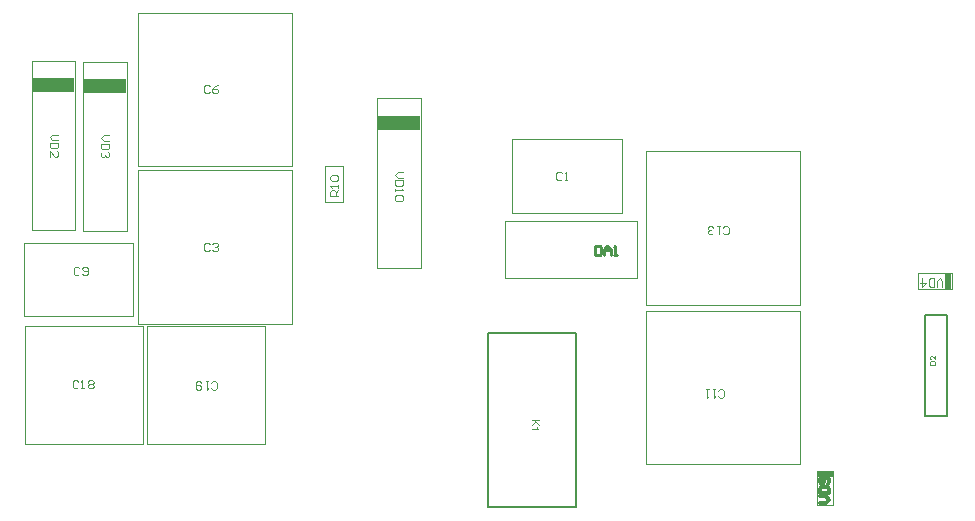
<source format=gbr>
%TF.GenerationSoftware,Altium Limited,Altium Designer,21.6.4 (81)*%
G04 Layer_Color=32768*
%FSLAX43Y43*%
%MOMM*%
%TF.SameCoordinates,3FCC9EDD-E33D-4AE7-AC82-89E58AA9E509*%
%TF.FilePolarity,Positive*%
%TF.FileFunction,Other,Top_Assembly*%
%TF.Part,Single*%
G01*
G75*
%TA.AperFunction,NonConductor*%
%ADD85C,0.200*%
%ADD87C,0.254*%
%ADD118C,0.300*%
%ADD120C,0.100*%
%ADD164R,1.375X0.575*%
%ADD165R,3.675X1.300*%
%ADD166R,0.575X1.375*%
G36*
X54455Y7659D02*
X54137D01*
X54455Y7343D01*
Y7227D01*
X54195Y7495D01*
X53815Y7215D01*
Y7327D01*
X54138Y7554D01*
X54037Y7659D01*
X53815D01*
Y7744D01*
X54455D01*
Y7659D01*
D02*
G37*
G36*
X54297Y7115D02*
X54299Y7113D01*
X54299Y7110D01*
X54302Y7105D01*
X54305Y7099D01*
X54309Y7093D01*
X54318Y7077D01*
X54328Y7059D01*
X54341Y7040D01*
X54356Y7021D01*
X54372Y7001D01*
X54373Y7001D01*
X54373Y7000D01*
X54376Y6997D01*
X54379Y6993D01*
X54388Y6985D01*
X54399Y6974D01*
X54412Y6963D01*
X54427Y6951D01*
X54442Y6940D01*
X54458Y6931D01*
Y6880D01*
X53815D01*
Y6959D01*
X54315D01*
X54314Y6960D01*
X54311Y6965D01*
X54305Y6970D01*
X54299Y6979D01*
X54290Y6989D01*
X54281Y7002D01*
X54271Y7017D01*
X54261Y7034D01*
Y7035D01*
X54260Y7036D01*
X54256Y7041D01*
X54251Y7050D01*
X54246Y7062D01*
X54239Y7075D01*
X54233Y7088D01*
X54226Y7102D01*
X54221Y7116D01*
X54297D01*
Y7115D01*
D02*
G37*
G36*
X88036Y12800D02*
X88036D01*
X88033D01*
X88028D01*
X88022Y12801D01*
X88016Y12802D01*
X88008Y12803D01*
X88001Y12805D01*
X87993Y12808D01*
X87992D01*
X87991Y12808D01*
X87987Y12810D01*
X87980Y12813D01*
X87971Y12817D01*
X87961Y12823D01*
X87949Y12830D01*
X87937Y12839D01*
X87925Y12849D01*
X87924D01*
X87923Y12850D01*
X87919Y12854D01*
X87912Y12861D01*
X87903Y12870D01*
X87892Y12881D01*
X87878Y12896D01*
X87863Y12913D01*
X87848Y12931D01*
X87847Y12932D01*
X87845Y12935D01*
X87841Y12939D01*
X87837Y12944D01*
X87831Y12951D01*
X87824Y12959D01*
X87817Y12967D01*
X87809Y12977D01*
X87791Y12995D01*
X87773Y13014D01*
X87764Y13023D01*
X87756Y13031D01*
X87747Y13038D01*
X87739Y13044D01*
X87739D01*
X87738Y13046D01*
X87736Y13047D01*
X87733Y13049D01*
X87725Y13054D01*
X87715Y13060D01*
X87703Y13065D01*
X87690Y13070D01*
X87676Y13073D01*
X87663Y13074D01*
X87662D01*
X87662D01*
X87657Y13074D01*
X87650Y13073D01*
X87642Y13071D01*
X87631Y13068D01*
X87621Y13063D01*
X87611Y13056D01*
X87600Y13047D01*
X87599Y13046D01*
X87596Y13042D01*
X87592Y13037D01*
X87587Y13029D01*
X87583Y13018D01*
X87578Y13006D01*
X87575Y12992D01*
X87574Y12977D01*
Y12972D01*
X87575Y12969D01*
X87576Y12961D01*
X87578Y12950D01*
X87581Y12939D01*
X87586Y12927D01*
X87593Y12915D01*
X87602Y12904D01*
X87603Y12902D01*
X87607Y12899D01*
X87613Y12895D01*
X87622Y12890D01*
X87632Y12885D01*
X87645Y12881D01*
X87660Y12878D01*
X87677Y12876D01*
X87671Y12812D01*
X87670D01*
X87668Y12813D01*
X87664D01*
X87659Y12813D01*
X87653Y12815D01*
X87646Y12816D01*
X87638Y12819D01*
X87630Y12821D01*
X87612Y12827D01*
X87594Y12836D01*
X87586Y12841D01*
X87577Y12847D01*
X87569Y12854D01*
X87561Y12862D01*
X87560Y12862D01*
X87560Y12864D01*
X87557Y12866D01*
X87555Y12870D01*
X87552Y12874D01*
X87549Y12879D01*
X87546Y12885D01*
X87542Y12893D01*
X87538Y12901D01*
X87535Y12910D01*
X87532Y12919D01*
X87529Y12930D01*
X87526Y12941D01*
X87524Y12952D01*
X87523Y12965D01*
X87523Y12978D01*
Y12986D01*
X87523Y12991D01*
X87524Y12997D01*
X87525Y13004D01*
X87526Y13012D01*
X87528Y13020D01*
X87533Y13040D01*
X87540Y13059D01*
X87545Y13068D01*
X87550Y13078D01*
X87557Y13087D01*
X87564Y13095D01*
X87565Y13096D01*
X87566Y13097D01*
X87569Y13099D01*
X87571Y13102D01*
X87575Y13105D01*
X87580Y13109D01*
X87586Y13113D01*
X87592Y13117D01*
X87606Y13125D01*
X87624Y13132D01*
X87633Y13135D01*
X87643Y13136D01*
X87654Y13138D01*
X87665Y13139D01*
X87666D01*
X87670D01*
X87676Y13138D01*
X87684Y13137D01*
X87693Y13136D01*
X87703Y13133D01*
X87714Y13130D01*
X87725Y13125D01*
X87727Y13125D01*
X87730Y13123D01*
X87736Y13120D01*
X87744Y13116D01*
X87753Y13110D01*
X87764Y13102D01*
X87775Y13094D01*
X87788Y13083D01*
X87790Y13082D01*
X87794Y13078D01*
X87798Y13074D01*
X87801Y13071D01*
X87806Y13066D01*
X87812Y13060D01*
X87818Y13054D01*
X87824Y13047D01*
X87832Y13040D01*
X87840Y13031D01*
X87848Y13021D01*
X87858Y13011D01*
X87867Y12999D01*
X87878Y12987D01*
X87878Y12986D01*
X87880Y12985D01*
X87882Y12982D01*
X87885Y12978D01*
X87889Y12974D01*
X87894Y12969D01*
X87903Y12957D01*
X87914Y12944D01*
X87926Y12932D01*
X87935Y12922D01*
X87939Y12918D01*
X87943Y12914D01*
X87943Y12913D01*
X87946Y12911D01*
X87948Y12908D01*
X87953Y12904D01*
X87958Y12901D01*
X87963Y12896D01*
X87976Y12887D01*
Y13139D01*
X88036D01*
Y12800D01*
D02*
G37*
G36*
X87793Y12741D02*
X87799D01*
X87813Y12740D01*
X87829Y12738D01*
X87846Y12736D01*
X87864Y12732D01*
X87882Y12728D01*
X87883D01*
X87884Y12727D01*
X87886Y12726D01*
X87889Y12726D01*
X87897Y12723D01*
X87908Y12718D01*
X87920Y12714D01*
X87931Y12708D01*
X87944Y12700D01*
X87956Y12693D01*
X87957Y12692D01*
X87961Y12689D01*
X87966Y12685D01*
X87973Y12679D01*
X87980Y12672D01*
X87988Y12664D01*
X87996Y12656D01*
X88002Y12646D01*
X88003Y12645D01*
X88005Y12642D01*
X88008Y12637D01*
X88012Y12629D01*
X88016Y12621D01*
X88020Y12610D01*
X88025Y12598D01*
X88028Y12585D01*
Y12584D01*
X88029Y12581D01*
X88030Y12579D01*
X88031Y12572D01*
X88032Y12561D01*
X88033Y12550D01*
X88035Y12536D01*
X88036Y12520D01*
X88036Y12503D01*
Y12319D01*
X87525D01*
Y12516D01*
X87526Y12529D01*
X87526Y12544D01*
X87528Y12558D01*
X87530Y12573D01*
X87532Y12586D01*
Y12587D01*
X87533Y12588D01*
Y12590D01*
X87535Y12593D01*
X87537Y12601D01*
X87540Y12612D01*
X87546Y12624D01*
X87552Y12636D01*
X87560Y12649D01*
X87569Y12660D01*
X87570Y12661D01*
X87571Y12662D01*
X87573Y12664D01*
X87575Y12667D01*
X87583Y12675D01*
X87593Y12683D01*
X87605Y12693D01*
X87620Y12703D01*
X87637Y12713D01*
X87656Y12721D01*
X87657D01*
X87659Y12722D01*
X87662Y12723D01*
X87666Y12724D01*
X87671Y12726D01*
X87677Y12728D01*
X87684Y12729D01*
X87692Y12731D01*
X87700Y12734D01*
X87710Y12735D01*
X87730Y12739D01*
X87753Y12741D01*
X87778Y12742D01*
X87779D01*
X87781D01*
X87784D01*
X87788D01*
X87793Y12741D01*
D02*
G37*
%LPC*%
G36*
X87777Y12672D02*
X87776D01*
X87773D01*
X87770D01*
X87764Y12672D01*
X87757D01*
X87750Y12671D01*
X87741Y12670D01*
X87732Y12669D01*
X87712Y12666D01*
X87691Y12661D01*
X87672Y12655D01*
X87662Y12650D01*
X87654Y12646D01*
X87654D01*
X87652Y12644D01*
X87650Y12643D01*
X87647Y12641D01*
X87639Y12635D01*
X87631Y12628D01*
X87621Y12618D01*
X87611Y12607D01*
X87603Y12595D01*
X87597Y12581D01*
X87596Y12580D01*
X87595Y12576D01*
X87593Y12570D01*
X87591Y12560D01*
X87589Y12548D01*
X87587Y12533D01*
X87586Y12524D01*
Y12515D01*
X87586Y12505D01*
Y12387D01*
X87976D01*
Y12508D01*
X87975Y12513D01*
X87974Y12524D01*
X87974Y12537D01*
X87972Y12550D01*
X87970Y12564D01*
X87967Y12575D01*
X87966Y12576D01*
X87965Y12580D01*
X87963Y12585D01*
X87960Y12592D01*
X87956Y12599D01*
X87951Y12607D01*
X87946Y12614D01*
X87940Y12621D01*
X87939Y12622D01*
X87936Y12625D01*
X87931Y12629D01*
X87923Y12635D01*
X87914Y12641D01*
X87903Y12647D01*
X87890Y12653D01*
X87876Y12658D01*
X87875D01*
X87874Y12659D01*
X87872Y12660D01*
X87869Y12660D01*
X87865Y12661D01*
X87860Y12663D01*
X87855Y12664D01*
X87849Y12666D01*
X87834Y12668D01*
X87817Y12670D01*
X87798Y12672D01*
X87777Y12672D01*
D02*
G37*
%LPD*%
D85*
X50065Y15144D02*
X57565D01*
X50065Y344D02*
Y15144D01*
Y344D02*
X57565D01*
Y15144D01*
X87086Y8044D02*
Y16594D01*
X88986D01*
Y8044D02*
Y16594D01*
X87086Y8044D02*
X88986D01*
D87*
X59140Y22504D02*
Y21704D01*
X59540D01*
X59674Y21837D01*
Y22370D01*
X59540Y22504D01*
X59140D01*
X59940Y21704D02*
Y22237D01*
X60207Y22504D01*
X60473Y22237D01*
Y21704D01*
Y22104D01*
X59940D01*
X60740Y21704D02*
X61006D01*
X60873D01*
Y22504D01*
X60740Y22370D01*
D118*
X78174Y741D02*
X78708D01*
X78974Y1008D01*
X78708Y1274D01*
X78174D01*
Y1541D02*
X78974D01*
Y1941D01*
X78841Y2074D01*
X78308D01*
X78174Y1941D01*
Y1541D01*
X78841Y2341D02*
X78974Y2474D01*
Y2740D01*
X78841Y2874D01*
X78308D01*
X78174Y2740D01*
Y2474D01*
X78308Y2341D01*
X78441D01*
X78574Y2474D01*
Y2874D01*
D120*
X21194Y5693D02*
Y15693D01*
X31194D01*
X21194Y5693D02*
X31194D01*
Y15693D01*
X77969Y586D02*
Y3461D01*
X79319Y586D02*
Y3461D01*
X77969Y586D02*
X79319D01*
X77969Y3461D02*
X79319D01*
X76500Y4000D02*
Y17000D01*
X63500Y4000D02*
X76500D01*
X63500Y17000D02*
X76500D01*
X63500Y4000D02*
Y17000D01*
Y17500D02*
Y30500D01*
X76500D01*
X63500Y17500D02*
X76500D01*
Y30500D01*
X62699Y19774D02*
Y24574D01*
X51499Y21374D02*
Y22774D01*
Y19774D02*
X62699D01*
X51499Y24574D02*
X62699D01*
X51499Y22774D02*
Y24574D01*
Y19774D02*
Y21374D01*
X37846Y26162D02*
Y29210D01*
X36322Y26162D02*
Y29210D01*
X37846D01*
X36322Y26162D02*
X37846D01*
X10793Y16544D02*
X20043D01*
X10793Y22769D02*
X20043D01*
Y16544D02*
Y22769D01*
X10793Y16544D02*
Y22769D01*
X20486Y15884D02*
Y28884D01*
X33486D01*
X20486Y15884D02*
X33486D01*
Y28884D01*
X44395Y20638D02*
Y34988D01*
X43308Y20638D02*
X44395D01*
X40720D02*
X41808D01*
X43308D01*
X40720D02*
Y34988D01*
X44395D01*
X10868Y5744D02*
Y15744D01*
X20868D01*
X10868Y5744D02*
X20868D01*
Y15744D01*
X19503Y23736D02*
Y38086D01*
X18416Y23736D02*
X19503D01*
X15828D02*
X16916D01*
X18416D01*
X15828D02*
Y38086D01*
X19503D01*
X11485Y38163D02*
X15160D01*
X11485Y23813D02*
Y38163D01*
X12573Y23813D02*
X14073D01*
X11485D02*
X12573D01*
X14073D02*
X15160D01*
Y38163D01*
X33486Y29238D02*
Y42238D01*
X20486Y29238D02*
X33486D01*
X20486Y42238D02*
X33486D01*
X20486Y29238D02*
Y42238D01*
X89351Y18799D02*
Y20149D01*
X86476Y18799D02*
Y20149D01*
Y18799D02*
X89351D01*
X86476Y20149D02*
X89351D01*
X52161Y25273D02*
X61411D01*
X52161Y31498D02*
X61411D01*
Y25273D02*
Y31498D01*
X52161Y25273D02*
Y31498D01*
X26652Y10435D02*
X26769Y10319D01*
X27002D01*
X27119Y10435D01*
Y10902D01*
X27002Y11018D01*
X26769D01*
X26652Y10902D01*
X26419Y11018D02*
X26186D01*
X26303D01*
Y10319D01*
X26419Y10435D01*
X25836Y10902D02*
X25719Y11018D01*
X25486D01*
X25370Y10902D01*
Y10435D01*
X25486Y10319D01*
X25719D01*
X25836Y10435D01*
Y10552D01*
X25719Y10669D01*
X25370D01*
X69584Y9764D02*
X69701Y9648D01*
X69934D01*
X70051Y9764D01*
Y10231D01*
X69934Y10348D01*
X69701D01*
X69584Y10231D01*
X69351Y10348D02*
X69118D01*
X69234D01*
Y9648D01*
X69351Y9764D01*
X68768Y10348D02*
X68535D01*
X68651D01*
Y9648D01*
X68768Y9764D01*
X69991Y23569D02*
X70107Y23453D01*
X70341D01*
X70457Y23569D01*
Y24036D01*
X70341Y24152D01*
X70107D01*
X69991Y24036D01*
X69757Y24152D02*
X69524D01*
X69641D01*
Y23453D01*
X69757Y23569D01*
X69174D02*
X69058Y23453D01*
X68824D01*
X68708Y23569D01*
Y23686D01*
X68824Y23803D01*
X68941D01*
X68824D01*
X68708Y23919D01*
Y24036D01*
X68824Y24152D01*
X69058D01*
X69174Y24036D01*
X37434Y26711D02*
X36734D01*
Y27061D01*
X36851Y27178D01*
X37084D01*
X37201Y27061D01*
Y26711D01*
Y26944D02*
X37434Y27178D01*
Y27411D02*
Y27644D01*
Y27527D01*
X36734D01*
X36851Y27411D01*
Y27994D02*
X36734Y28111D01*
Y28344D01*
X36851Y28460D01*
X37317D01*
X37434Y28344D01*
Y28111D01*
X37317Y27994D01*
X36851D01*
X15503Y20609D02*
X15387Y20725D01*
X15153D01*
X15037Y20609D01*
Y20142D01*
X15153Y20025D01*
X15387D01*
X15503Y20142D01*
X15737D02*
X15853Y20025D01*
X16086D01*
X16203Y20142D01*
Y20609D01*
X16086Y20725D01*
X15853D01*
X15737Y20609D01*
Y20492D01*
X15853Y20375D01*
X16203D01*
X26527Y22642D02*
X26410Y22759D01*
X26177D01*
X26061Y22642D01*
Y22176D01*
X26177Y22059D01*
X26410D01*
X26527Y22176D01*
X26760Y22642D02*
X26877Y22759D01*
X27110D01*
X27227Y22642D01*
Y22525D01*
X27110Y22409D01*
X26994D01*
X27110D01*
X27227Y22292D01*
Y22176D01*
X27110Y22059D01*
X26877D01*
X26760Y22176D01*
X42920Y28738D02*
X42454D01*
X42220Y28504D01*
X42454Y28271D01*
X42920D01*
Y28038D02*
X42220D01*
Y27688D01*
X42337Y27571D01*
X42804D01*
X42920Y27688D01*
Y28038D01*
X42220Y27338D02*
Y27105D01*
Y27221D01*
X42920D01*
X42804Y27338D01*
Y26755D02*
X42920Y26638D01*
Y26405D01*
X42804Y26288D01*
X42337D01*
X42220Y26405D01*
Y26638D01*
X42337Y26755D01*
X42804D01*
X15410Y11002D02*
X15293Y11119D01*
X15060D01*
X14943Y11002D01*
Y10536D01*
X15060Y10419D01*
X15293D01*
X15410Y10536D01*
X15643Y10419D02*
X15876D01*
X15760D01*
Y11119D01*
X15643Y11002D01*
X16226D02*
X16343Y11119D01*
X16576D01*
X16693Y11002D01*
Y10886D01*
X16576Y10769D01*
X16693Y10652D01*
Y10536D01*
X16576Y10419D01*
X16343D01*
X16226Y10536D01*
Y10652D01*
X16343Y10769D01*
X16226Y10886D01*
Y11002D01*
X16343Y10769D02*
X16576D01*
X18028Y31836D02*
X17562D01*
X17328Y31603D01*
X17562Y31370D01*
X18028D01*
Y31137D02*
X17328D01*
Y30787D01*
X17445Y30670D01*
X17912D01*
X18028Y30787D01*
Y31137D01*
X17912Y30437D02*
X18028Y30320D01*
Y30087D01*
X17912Y29970D01*
X17795D01*
X17678Y30087D01*
Y30204D01*
Y30087D01*
X17562Y29970D01*
X17445D01*
X17328Y30087D01*
Y30320D01*
X17445Y30437D01*
X13685Y31913D02*
X13218D01*
X12985Y31679D01*
X13218Y31446D01*
X13685D01*
Y31213D02*
X12985D01*
Y30863D01*
X13102Y30746D01*
X13568D01*
X13685Y30863D01*
Y31213D01*
X12985Y30047D02*
Y30513D01*
X13452Y30047D01*
X13568D01*
X13685Y30163D01*
Y30396D01*
X13568Y30513D01*
X26527Y35996D02*
X26410Y36113D01*
X26177D01*
X26061Y35996D01*
Y35529D01*
X26177Y35413D01*
X26410D01*
X26527Y35529D01*
X27227Y36113D02*
X26994Y35996D01*
X26760Y35763D01*
Y35529D01*
X26877Y35413D01*
X27110D01*
X27227Y35529D01*
Y35646D01*
X27110Y35763D01*
X26760D01*
X88564Y19028D02*
Y19494D01*
X88331Y19728D01*
X88097Y19494D01*
Y19028D01*
X87864D02*
Y19728D01*
X87514D01*
X87398Y19611D01*
Y19145D01*
X87514Y19028D01*
X87864D01*
X86814Y19728D02*
Y19028D01*
X87164Y19378D01*
X86698D01*
X56352Y28631D02*
X56235Y28747D01*
X56002D01*
X55886Y28631D01*
Y28164D01*
X56002Y28048D01*
X56235D01*
X56352Y28164D01*
X56585Y28048D02*
X56819D01*
X56702D01*
Y28747D01*
X56585Y28631D01*
D164*
X78632Y3175D02*
D03*
D165*
X42533Y32913D02*
D03*
X17641Y36011D02*
D03*
X13297Y36088D02*
D03*
D166*
X89064Y19486D02*
D03*
%TF.MD5,ff707169e4170267b70e1547bbbe8541*%
M02*

</source>
